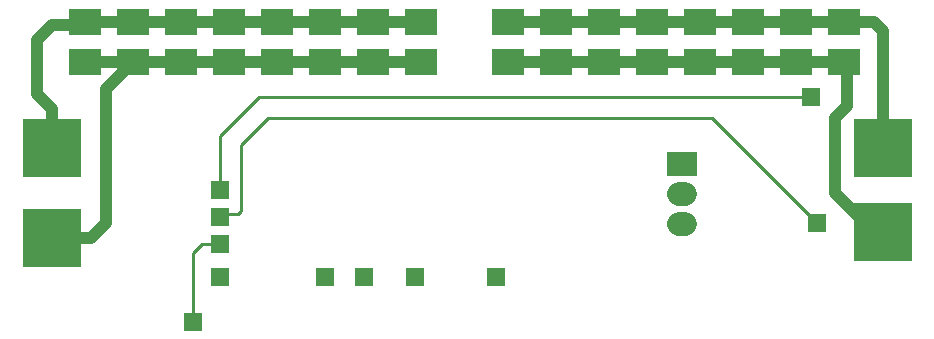
<source format=gbl>
G04 ---------------------------- Layer name :BOTTOM LAYER*
G04 EasyEDA v5.5.11, Mon, 04 Jun 2018 22:37:14 GMT*
G04 a06480a3d07c492ca7fe7dcdfe2faa1f*
G04 Gerber Generator version 0.2*
G04 Scale: 100 percent, Rotated: No, Reflected: No *
G04 Dimensions in millimeters *
G04 leading zeros omitted , absolute positions ,3 integer and 3 decimal *
%FSLAX33Y33*%
%MOMM*%
G90*
G71D02*

%ADD10C,0.254000*%
%ADD22R,4.999990X4.999990*%
%ADD25R,2.500000X2.000001*%
%ADD26R,1.574800X1.574800*%
%ADD27R,1.574800X1.575054*%
%ADD28R,1.575054X1.575054*%
%ADD29R,1.575054X1.575003*%
%ADD30C,1.575003*%
%ADD31C,2.000001*%
%ADD32C,0.999998*%
%ADD33R,2.700020X2.299995*%

%LPD*%
G54D10*
G01X17780Y14478D02*
G01X17780Y19050D01*
G01X21082Y22352D01*
G01X68326Y22352D01*
G01X17780Y12446D02*
G01X19304Y12446D01*
G01X19558Y12700D01*
G01X19558Y18288D01*
G01X21844Y20574D01*
G01X59436Y20574D01*
G01X68326Y11684D01*
G01X17780Y9906D02*
G01X16256Y9906D01*
G01X15494Y9144D01*
G01X15494Y3302D01*
G54D32*
G01X3556Y10414D02*
G01X6858Y10414D01*
G01X8128Y11684D01*
G01X8128Y22961D01*
G01X10414Y25247D01*
G01X6350Y25247D02*
G01X10414Y25247D01*
G01X10414Y25247D02*
G01X14478Y25247D01*
G01X14478Y25247D02*
G01X18542Y25247D01*
G01X18542Y25247D02*
G01X22606Y25247D01*
G01X22606Y25247D02*
G01X26670Y25247D01*
G01X26670Y25247D02*
G01X30734Y25247D01*
G01X30734Y25247D02*
G01X34798Y25247D01*
G01X3556Y18034D02*
G01X3556Y21336D01*
G01X2286Y22606D01*
G01X2286Y27178D01*
G01X3556Y28448D01*
G01X6096Y28448D01*
G01X6350Y28702D01*
G01X10414Y28702D02*
G01X6350Y28702D01*
G01X10414Y28702D02*
G01X14478Y28702D01*
G01X14478Y28702D02*
G01X18542Y28702D01*
G01X18542Y28702D02*
G01X22606Y28702D01*
G01X22606Y28702D02*
G01X26670Y28702D01*
G01X26670Y28702D02*
G01X30734Y28702D01*
G01X34798Y28702D02*
G01X30734Y28702D01*
G01X73914Y10922D02*
G01X73152Y10922D01*
G01X69850Y14224D01*
G01X69850Y20574D01*
G01X70866Y21590D01*
G01X70866Y24993D01*
G01X70612Y25247D01*
G01X70612Y25247D02*
G01X66548Y25247D01*
G01X66548Y25247D02*
G01X62484Y25247D01*
G01X62484Y25247D02*
G01X58420Y25247D01*
G01X58420Y25247D02*
G01X54356Y25247D01*
G01X54356Y25247D02*
G01X50292Y25247D01*
G01X50292Y25247D02*
G01X46228Y25247D01*
G01X46228Y25247D02*
G01X42164Y25247D01*
G01X73914Y18034D02*
G01X73914Y27940D01*
G01X73152Y28702D01*
G01X70612Y28702D01*
G01X70612Y28702D02*
G01X66548Y28702D01*
G01X66548Y28702D02*
G01X62484Y28702D01*
G01X62484Y28702D02*
G01X58420Y28702D01*
G01X58420Y28702D02*
G01X54356Y28702D01*
G01X54356Y28702D02*
G01X50292Y28702D01*
G01X50292Y28702D02*
G01X46228Y28702D01*
G01X46228Y28702D02*
G01X42164Y28702D01*
G54D22*
G01X73914Y18034D03*
G01X3556Y18034D03*
G01X3556Y10414D03*
G01X73914Y10922D03*
G54D33*
G01X6350Y28702D03*
G01X6350Y25247D03*
G01X10414Y28702D03*
G01X10414Y25247D03*
G01X14478Y28702D03*
G01X14478Y25247D03*
G01X18542Y28702D03*
G01X18542Y25247D03*
G01X22606Y28702D03*
G01X22606Y25247D03*
G01X26670Y28702D03*
G01X26670Y25247D03*
G01X30734Y28702D03*
G01X30734Y25247D03*
G01X34798Y28702D03*
G01X34798Y25247D03*
G01X42164Y28702D03*
G01X42164Y25247D03*
G01X46228Y28702D03*
G01X46228Y25247D03*
G01X50292Y28702D03*
G01X50292Y25247D03*
G01X54356Y28702D03*
G01X54356Y25247D03*
G01X58420Y28702D03*
G01X58420Y25247D03*
G01X62484Y28702D03*
G01X62484Y25247D03*
G01X66548Y28702D03*
G01X66548Y25247D03*
G01X70612Y28702D03*
G01X70612Y25247D03*
G54D25*
G01X56896Y16637D03*
G54D26*
G01X26670Y7112D03*
G01X29972Y7112D03*
G01X34290Y7112D03*
G54D27*
G01X41148Y7112D03*
G54D26*
G01X17780Y7112D03*
G54D28*
G01X67818Y22352D03*
G54D29*
G01X17780Y14478D03*
G54D28*
G01X17780Y12192D03*
G01X68326Y11684D03*
G01X17780Y9906D03*
G01X15494Y3302D03*
G54D30*
G01X3556Y18034D03*
G01X4826Y18034D03*
G01X2286Y18034D03*
G01X3556Y16764D03*
G01X4826Y16764D03*
G01X2286Y16764D03*
G01X3556Y19304D03*
G01X4826Y19304D03*
G01X2286Y19304D03*
G01X3556Y10414D03*
G01X4826Y10414D03*
G01X2286Y10414D03*
G01X3556Y9144D03*
G01X4826Y9144D03*
G01X2286Y9144D03*
G01X3556Y11684D03*
G01X4826Y11684D03*
G01X2286Y11684D03*
G01X73914Y10922D03*
G01X75184Y10922D03*
G01X72644Y10922D03*
G01X73914Y9652D03*
G01X75184Y9652D03*
G01X72644Y9652D03*
G01X73914Y12192D03*
G01X75184Y12192D03*
G01X72644Y12192D03*
G01X73914Y18034D03*
G01X75184Y18034D03*
G01X72644Y18034D03*
G01X73914Y16764D03*
G01X75184Y16764D03*
G01X72644Y16764D03*
G01X73914Y19304D03*
G01X75184Y19304D03*
G01X72644Y19304D03*
G54D31*
G01X57145Y11557D02*
G01X56646Y11557D01*
G01X57145Y14097D02*
G01X56646Y14097D01*
M00*
M02*

</source>
